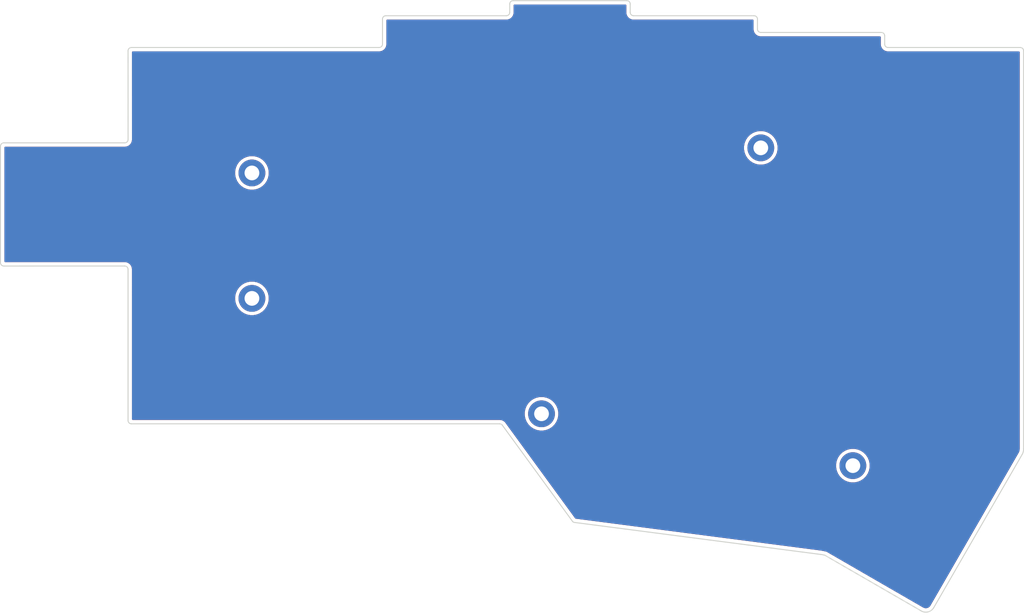
<source format=kicad_pcb>
(kicad_pcb (version 20171130) (host pcbnew "(5.1.0)-1")

  (general
    (thickness 1.6)
    (drawings 59)
    (tracks 0)
    (zones 0)
    (modules 5)
    (nets 1)
  )

  (page A4)
  (title_block
    (title "Corne Bottom Plate")
    (date 2018-11-15)
    (rev 2.1)
    (company foostan)
  )

  (layers
    (0 F.Cu signal)
    (31 B.Cu signal)
    (32 B.Adhes user)
    (33 F.Adhes user)
    (34 B.Paste user)
    (35 F.Paste user)
    (36 B.SilkS user)
    (37 F.SilkS user)
    (38 B.Mask user)
    (39 F.Mask user)
    (40 Dwgs.User user)
    (41 Cmts.User user)
    (42 Eco1.User user)
    (43 Eco2.User user)
    (44 Edge.Cuts user)
    (45 Margin user)
    (46 B.CrtYd user)
    (47 F.CrtYd user)
    (48 B.Fab user)
    (49 F.Fab user)
  )

  (setup
    (last_trace_width 0.25)
    (user_trace_width 0.2)
    (user_trace_width 0.5)
    (trace_clearance 0.2)
    (zone_clearance 0.508)
    (zone_45_only no)
    (trace_min 0.2)
    (via_size 0.6)
    (via_drill 0.4)
    (via_min_size 0.4)
    (via_min_drill 0.3)
    (uvia_size 0.3)
    (uvia_drill 0.1)
    (uvias_allowed no)
    (uvia_min_size 0.2)
    (uvia_min_drill 0.1)
    (edge_width 0.15)
    (segment_width 0.1)
    (pcb_text_width 0.3)
    (pcb_text_size 1.5 1.5)
    (mod_edge_width 0.15)
    (mod_text_size 1 1)
    (mod_text_width 0.15)
    (pad_size 4 4)
    (pad_drill 2.2)
    (pad_to_mask_clearance 0.2)
    (aux_axis_origin 194.75 68)
    (visible_elements 7FFFFFFF)
    (pcbplotparams
      (layerselection 0x010f0_ffffffff)
      (usegerberextensions true)
      (usegerberattributes false)
      (usegerberadvancedattributes false)
      (creategerberjobfile false)
      (excludeedgelayer true)
      (linewidth 0.100000)
      (plotframeref false)
      (viasonmask false)
      (mode 1)
      (useauxorigin false)
      (hpglpennumber 1)
      (hpglpenspeed 20)
      (hpglpendiameter 15.000000)
      (psnegative false)
      (psa4output false)
      (plotreference true)
      (plotvalue true)
      (plotinvisibletext false)
      (padsonsilk false)
      (subtractmaskfromsilk false)
      (outputformat 1)
      (mirror false)
      (drillshape 0)
      (scaleselection 1)
      (outputdirectory "gerber/"))
  )

  (net 0 "")

  (net_class Default "これは標準のネット クラスです。"
    (clearance 0.2)
    (trace_width 0.25)
    (via_dia 0.6)
    (via_drill 0.4)
    (uvia_dia 0.3)
    (uvia_drill 0.1)
  )

  (module kbd:LEGO_HOLE (layer F.Cu) (tedit 5B895A2E) (tstamp 5AAA5A9F)
    (at 79.5 105.5)
    (descr "Mounting Hole 2.2mm, no annular, M2")
    (tags "mounting hole 2.2mm no annular m2")
    (attr virtual)
    (fp_text reference "" (at 0 -3.2) (layer F.SilkS)
      (effects (font (size 1 1) (thickness 0.15)))
    )
    (fp_text value "" (at 0 3.2) (layer F.Fab)
      (effects (font (size 1 1) (thickness 0.15)))
    )
    (fp_text user %R (at 0.3 0) (layer F.Fab)
      (effects (font (size 1 1) (thickness 0.15)))
    )
    (fp_circle (center 0 0) (end 2.2 0) (layer Cmts.User) (width 0.15))
    (fp_circle (center 0 0) (end 2.45 0) (layer F.CrtYd) (width 0.05))
    (pad "" thru_hole circle (at 0 0) (size 4 4) (drill 2.2) (layers *.Cu *.Mask))
  )

  (module kbd:LEGO_HOLE (layer F.Cu) (tedit 5B895A28) (tstamp 5AAA5A7C)
    (at 79.5 86.75)
    (descr "Mounting Hole 2.2mm, no annular, M2")
    (tags "mounting hole 2.2mm no annular m2")
    (attr virtual)
    (fp_text reference "" (at 0 -3.2) (layer F.SilkS)
      (effects (font (size 1 1) (thickness 0.15)))
    )
    (fp_text value "" (at 0 3.2) (layer F.Fab)
      (effects (font (size 1 1) (thickness 0.15)))
    )
    (fp_text user %R (at 0.3 0) (layer F.Fab)
      (effects (font (size 1 1) (thickness 0.15)))
    )
    (fp_circle (center 0 0) (end 2.2 0) (layer Cmts.User) (width 0.15))
    (fp_circle (center 0 0) (end 2.45 0) (layer F.CrtYd) (width 0.05))
    (pad "" thru_hole circle (at 0 0) (size 4 4) (drill 2.2) (layers *.Cu *.Mask))
  )

  (module kbd:LEGO_HOLE (layer F.Cu) (tedit 5B895A35) (tstamp 5AAA7C39)
    (at 155.5 83)
    (descr "Mounting Hole 2.2mm, no annular, M2")
    (tags "mounting hole 2.2mm no annular m2")
    (attr virtual)
    (fp_text reference "" (at 0 -3.2) (layer F.SilkS)
      (effects (font (size 1 1) (thickness 0.15)))
    )
    (fp_text value "" (at 0 3.2) (layer F.Fab)
      (effects (font (size 1 1) (thickness 0.15)))
    )
    (fp_text user %R (at 0.3 0) (layer F.Fab)
      (effects (font (size 1 1) (thickness 0.15)))
    )
    (fp_circle (center 0 0) (end 2.2 0) (layer Cmts.User) (width 0.15))
    (fp_circle (center 0 0) (end 2.45 0) (layer F.CrtYd) (width 0.05))
    (pad "" thru_hole circle (at 0 0) (size 4 4) (drill 2.2) (layers *.Cu *.Mask))
  )

  (module kbd:LEGO_HOLE (layer F.Cu) (tedit 5B895A3F) (tstamp 5AAA7C4A)
    (at 122.75 122.75)
    (descr "Mounting Hole 2.2mm, no annular, M2")
    (tags "mounting hole 2.2mm no annular m2")
    (attr virtual)
    (fp_text reference "" (at 0 -3.2) (layer F.SilkS)
      (effects (font (size 1 1) (thickness 0.15)))
    )
    (fp_text value "" (at 0 3.2) (layer F.Fab)
      (effects (font (size 1 1) (thickness 0.15)))
    )
    (fp_text user %R (at 0.3 0) (layer F.Fab)
      (effects (font (size 1 1) (thickness 0.15)))
    )
    (fp_circle (center 0 0) (end 2.2 0) (layer Cmts.User) (width 0.15))
    (fp_circle (center 0 0) (end 2.45 0) (layer F.CrtYd) (width 0.05))
    (pad "" thru_hole circle (at 0 0) (size 4 4) (drill 2.2) (layers *.Cu *.Mask))
  )

  (module kbd:LEGO_HOLE (layer F.Cu) (tedit 5B895A4D) (tstamp 5AAA7D53)
    (at 169.25 130.5)
    (descr "Mounting Hole 2.2mm, no annular, M2")
    (tags "mounting hole 2.2mm no annular m2")
    (attr virtual)
    (fp_text reference "" (at 0 -3.2) (layer F.SilkS)
      (effects (font (size 1 1) (thickness 0.15)))
    )
    (fp_text value "" (at 0 3.2) (layer F.Fab)
      (effects (font (size 1 1) (thickness 0.15)))
    )
    (fp_text user %R (at 0.3 0) (layer F.Fab)
      (effects (font (size 1 1) (thickness 0.15)))
    )
    (fp_circle (center 0 0) (end 2.2 0) (layer Cmts.User) (width 0.15))
    (fp_circle (center 0 0) (end 2.45 0) (layer F.CrtYd) (width 0.05))
    (pad "" thru_hole circle (at 0 0) (size 4 4) (drill 2.2) (layers *.Cu *.Mask))
  )

  (gr_line (start 169.25 128.05) (end 169.25 132.950063) (layer F.Fab) (width 0.1) (tstamp 5B88C1AA))
  (gr_line (start 166.8 130.5) (end 171.7 130.5) (layer F.Fab) (width 0.1) (tstamp 5B88C1A9))
  (gr_line (start 122.75 120.3) (end 122.75 125.200063) (layer F.Fab) (width 0.1) (tstamp 5B88C1A6))
  (gr_line (start 120.3 122.75) (end 125.2 122.75) (layer F.Fab) (width 0.1) (tstamp 5B88C1A5))
  (gr_line (start 79.5 103.05) (end 79.5 107.950063) (layer F.Fab) (width 0.1) (tstamp 5B88C19E))
  (gr_line (start 77.05 105.5) (end 81.95 105.5) (layer F.Fab) (width 0.1) (tstamp 5B88C19D))
  (gr_line (start 79.5 84.3) (end 79.5 89.200063) (layer F.Fab) (width 0.1) (tstamp 5B88C19A))
  (gr_line (start 77.05 86.75) (end 81.95 86.75) (layer F.Fab) (width 0.1) (tstamp 5B88C199))
  (gr_line (start 153.05 83) (end 157.95 83) (layer F.Fab) (width 0.1))
  (gr_line (start 155.5 80.55) (end 155.5 85.450063) (layer F.Fab) (width 0.1))
  (gr_arc (start 193.047765 127.997697) (end 194.522764 128.847696) (angle -30.71750663) (layer Edge.Cuts) (width 0.15))
  (gr_arc (start 180.14425 151.010957) (end 179.369251 152.160956) (angle -90.22347501) (layer Edge.Cuts) (width 0.15))
  (gr_arc (start 164.087404 147.16844) (end 165.075 143.9) (angle -11.21335546) (layer Edge.Cuts) (width 0.15))
  (gr_line (start 181.297263 151.781465) (end 194.522764 128.847696) (layer Edge.Cuts) (width 0.15))
  (gr_line (start 165.075 143.9) (end 179.369251 152.160956) (layer Edge.Cuts) (width 0.15))
  (gr_line (start 127.75 139) (end 164.420556 143.770344) (layer Edge.Cuts) (width 0.15))
  (gr_arc (start 127.75 138.5) (end 127.75 139) (angle 45) (layer Edge.Cuts) (width 0.15))
  (gr_line (start 116.853553 124.396447) (end 127.396447 138.853553) (angle 90) (layer Edge.Cuts) (width 0.15))
  (gr_line (start 169.26 130.5) (end 169.25 130.5) (angle 90) (layer Eco2.User) (width 2.5) (tstamp 5AAFF2CD))
  (gr_line (start 122.76 122.75) (end 122.75 122.75) (angle 90) (layer Eco2.User) (width 2.5) (tstamp 5AAFF292))
  (gr_line (start 155.51 83) (end 155.5 83) (angle 90) (layer Eco2.User) (width 2.5) (tstamp 5AAFF245))
  (gr_line (start 79.5 105.5) (end 79.51 105.5) (angle 90) (layer Eco2.User) (width 2.5) (tstamp 5AAFF0EB))
  (gr_line (start 79.5 86.75) (end 79.51 86.75) (angle 90) (layer Eco2.User) (width 2.5))
  (gr_line (start 174 66.25) (end 174 67.5) (angle 90) (layer Edge.Cuts) (width 0.15))
  (gr_arc (start 173.5 66.25) (end 173.5 65.75) (angle 90) (layer Edge.Cuts) (width 0.15))
  (gr_arc (start 174.5 67.5) (end 174.5 68) (angle 90) (layer Edge.Cuts) (width 0.15))
  (gr_line (start 194.25 68) (end 174.5 68) (angle 90) (layer Edge.Cuts) (width 0.15))
  (gr_arc (start 116.5 124.75) (end 116.5 124.25) (angle 45) (layer Edge.Cuts) (width 0.15))
  (gr_arc (start 61.5 123.75) (end 61.5 124.25) (angle 90) (layer Edge.Cuts) (width 0.15) (tstamp 5B896E1E))
  (gr_arc (start 98.5 67.5) (end 99 67.5) (angle 90) (layer Edge.Cuts) (width 0.15))
  (gr_arc (start 99.5 63.75) (end 99 63.75) (angle 90) (layer Edge.Cuts) (width 0.15))
  (gr_arc (start 117.5 62.75) (end 118 62.75) (angle 90) (layer Edge.Cuts) (width 0.15))
  (gr_arc (start 118.5 61.5) (end 118 61.5) (angle 90) (layer Edge.Cuts) (width 0.15))
  (gr_arc (start 135.5 61.5) (end 135.5 61) (angle 90) (layer Edge.Cuts) (width 0.15))
  (gr_arc (start 136.5 62.75) (end 136.5 63.25) (angle 90) (layer Edge.Cuts) (width 0.15))
  (gr_arc (start 154.5 63.75) (end 154.5 63.25) (angle 90) (layer Edge.Cuts) (width 0.15))
  (gr_arc (start 155.5 65.25) (end 155.5 65.75) (angle 90) (layer Edge.Cuts) (width 0.15))
  (gr_arc (start 194.25 68.5) (end 194.25 68) (angle 90) (layer Edge.Cuts) (width 0.15))
  (gr_line (start 194.75 68.5) (end 194.75 127.975) (angle 90) (layer Edge.Cuts) (width 0.15))
  (gr_line (start 116.5 124.25) (end 61.5 124.25) (angle 90) (layer Edge.Cuts) (width 0.15))
  (gr_line (start 98.5 68) (end 61.49992 68) (angle 90) (layer Edge.Cuts) (width 0.15))
  (gr_line (start 99 63.75) (end 99 67.5) (angle 90) (layer Edge.Cuts) (width 0.15))
  (gr_line (start 117.5 63.25) (end 99.5 63.25) (angle 90) (layer Edge.Cuts) (width 0.15))
  (gr_line (start 118 61.5) (end 118 62.75) (angle 90) (layer Edge.Cuts) (width 0.15))
  (gr_line (start 135.5 61) (end 118.5 61) (angle 90) (layer Edge.Cuts) (width 0.15))
  (gr_line (start 136 62.75) (end 136 61.5) (angle 90) (layer Edge.Cuts) (width 0.15))
  (gr_line (start 154.5 63.25) (end 136.5 63.25) (angle 90) (layer Edge.Cuts) (width 0.15))
  (gr_line (start 155 65.25) (end 155 63.75) (angle 90) (layer Edge.Cuts) (width 0.15))
  (gr_line (start 173.5 65.75) (end 155.5 65.75) (angle 90) (layer Edge.Cuts) (width 0.15))
  (gr_line (start 61 123.75) (end 60.99952 101.1603) (angle 90) (layer Edge.Cuts) (width 0.15) (tstamp 5E15D57F))
  (gr_line (start 60.99992 68.5) (end 61.00422 81.75) (angle 90) (layer Edge.Cuts) (width 0.15) (tstamp 5E15D572))
  (gr_arc (start 60.50422 81.75) (end 61.00422 81.75) (angle 90) (layer Edge.Cuts) (width 0.15) (tstamp 5E15D571))
  (gr_arc (start 42.44952 82.75) (end 41.94952 82.75) (angle 90) (layer Edge.Cuts) (width 0.15) (tstamp 5E15D56F))
  (gr_line (start 42.44952 100.665) (end 60.49952 100.6603) (angle 90) (layer Edge.Cuts) (width 0.15) (tstamp 5E15D56E))
  (gr_line (start 42.44952 82.25) (end 60.50422 82.25) (angle 90) (layer Edge.Cuts) (width 0.15) (tstamp 5E15D56C))
  (gr_arc (start 42.44952 100.165) (end 41.94952 100.165) (angle -90) (layer Edge.Cuts) (width 0.15) (tstamp 5E15D56B))
  (gr_arc (start 60.49952 101.1603) (end 60.49952 100.6603) (angle 90) (layer Edge.Cuts) (width 0.15) (tstamp 5E15D569))
  (gr_line (start 41.94952 100.165) (end 41.94952 82.75) (angle 90) (layer Edge.Cuts) (width 0.15) (tstamp 5E15D567))
  (gr_arc (start 61.49992 68.5) (end 60.99992 68.5) (angle 90) (layer Edge.Cuts) (width 0.15) (tstamp 5E15D562))

  (zone (net 0) (net_name "") (layer F.Cu) (tstamp 5BC6E01C) (hatch edge 0.508)
    (connect_pads (clearance 0.508))
    (min_thickness 0.254)
    (fill yes (arc_segments 16) (thermal_gap 0.508) (thermal_bridge_width 0.508))
    (polygon
      (pts
        (xy 194.7 67.9) (xy 174 67.9) (xy 174 65.7) (xy 155 65.7) (xy 155 63.2)
        (xy 136 63.2) (xy 136 60.9) (xy 118 60.9) (xy 118 63.2) (xy 98.8 63.2)
        (xy 98.9 67.9) (xy 60.7 68) (xy 60.749085 81.915743) (xy 41.91 81.915) (xy 41.91 100.965)
        (xy 60.81628 100.965506) (xy 60.9 124.7) (xy 116.6 124.2) (xy 127.4 139.1) (xy 165.05 143.9)
        (xy 180.75 152.775) (xy 194.8 128.1) (xy 194.8 67.9)
      )
    )
    (filled_polygon
      (pts
        (xy 135.29 62.784876) (xy 135.292955 62.814876) (xy 135.292934 62.817839) (xy 135.293901 62.827705) (xy 135.298941 62.87566)
        (xy 135.300273 62.889183) (xy 135.30041 62.889634) (xy 135.304101 62.924754) (xy 135.317045 62.987811) (xy 135.329099 63.051001)
        (xy 135.331964 63.060491) (xy 135.36082 63.15371) (xy 135.385752 63.213021) (xy 135.409865 63.272702) (xy 135.414519 63.281454)
        (xy 135.460932 63.367292) (xy 135.496898 63.420612) (xy 135.532152 63.474486) (xy 135.538417 63.482168) (xy 135.600619 63.557357)
        (xy 135.646269 63.602689) (xy 135.691299 63.648673) (xy 135.698938 63.654992) (xy 135.774559 63.716668) (xy 135.828147 63.752272)
        (xy 135.881262 63.788641) (xy 135.889983 63.793356) (xy 135.976144 63.839168) (xy 136.035612 63.863679) (xy 136.09478 63.889038)
        (xy 136.104249 63.891969) (xy 136.197667 63.920174) (xy 136.260787 63.932672) (xy 136.323743 63.946054) (xy 136.333602 63.94709)
        (xy 136.430719 63.956612) (xy 136.430723 63.956612) (xy 136.465123 63.96) (xy 154.290001 63.96) (xy 154.29 65.284876)
        (xy 154.292955 65.314876) (xy 154.292934 65.317839) (xy 154.293901 65.327705) (xy 154.298941 65.37566) (xy 154.300273 65.389183)
        (xy 154.30041 65.389634) (xy 154.304101 65.424754) (xy 154.317045 65.487811) (xy 154.329099 65.551001) (xy 154.331964 65.560491)
        (xy 154.36082 65.65371) (xy 154.385752 65.713021) (xy 154.409865 65.772702) (xy 154.414519 65.781454) (xy 154.460932 65.867292)
        (xy 154.496898 65.920612) (xy 154.532152 65.974486) (xy 154.538417 65.982168) (xy 154.600619 66.057357) (xy 154.646269 66.102689)
        (xy 154.691299 66.148673) (xy 154.698938 66.154992) (xy 154.774559 66.216668) (xy 154.828147 66.252272) (xy 154.881262 66.288641)
        (xy 154.889983 66.293356) (xy 154.976144 66.339168) (xy 155.035612 66.363679) (xy 155.09478 66.389038) (xy 155.104249 66.391969)
        (xy 155.197667 66.420174) (xy 155.260787 66.432672) (xy 155.323743 66.446054) (xy 155.333602 66.44709) (xy 155.430719 66.456612)
        (xy 155.430723 66.456612) (xy 155.465123 66.46) (xy 173.29 66.46) (xy 173.290001 67.534877) (xy 173.292955 67.564868)
        (xy 173.292934 67.567839) (xy 173.293901 67.577705) (xy 173.298955 67.625796) (xy 173.300274 67.639184) (xy 173.300409 67.639631)
        (xy 173.304101 67.674754) (xy 173.317045 67.737811) (xy 173.329099 67.801001) (xy 173.331964 67.810491) (xy 173.36082 67.90371)
        (xy 173.385752 67.963021) (xy 173.409865 68.022702) (xy 173.414519 68.031454) (xy 173.460932 68.117292) (xy 173.496898 68.170612)
        (xy 173.532152 68.224486) (xy 173.538417 68.232168) (xy 173.600619 68.307357) (xy 173.646269 68.352689) (xy 173.691299 68.398673)
        (xy 173.698938 68.404992) (xy 173.774559 68.466668) (xy 173.828147 68.502272) (xy 173.881262 68.538641) (xy 173.889983 68.543356)
        (xy 173.976144 68.589168) (xy 174.035612 68.613679) (xy 174.09478 68.639038) (xy 174.104249 68.641969) (xy 174.197667 68.670174)
        (xy 174.260787 68.682672) (xy 174.323743 68.696054) (xy 174.333602 68.69709) (xy 174.430719 68.706612) (xy 174.430723 68.706612)
        (xy 174.465123 68.71) (xy 194.04 68.71) (xy 194.040001 127.945012) (xy 194.020387 128.176837) (xy 193.96458 128.371)
        (xy 193.894777 128.515427) (xy 180.711313 151.376303) (xy 180.620779 151.486705) (xy 180.519299 151.570201) (xy 180.403527 151.6324)
        (xy 180.277885 151.670925) (xy 180.14715 151.684313) (xy 180.016312 151.672053) (xy 179.890338 151.634611) (xy 179.74629 151.558814)
        (xy 165.400066 143.267823) (xy 165.304615 143.224525) (xy 165.168424 143.192709) (xy 165.156734 143.192321) (xy 164.569638 143.076079)
        (xy 164.546731 143.070775) (xy 127.871366 138.299807) (xy 121.994071 130.240475) (xy 166.615 130.240475) (xy 166.615 130.759525)
        (xy 166.716261 131.268601) (xy 166.914893 131.748141) (xy 167.203262 132.179715) (xy 167.570285 132.546738) (xy 168.001859 132.835107)
        (xy 168.481399 133.033739) (xy 168.990475 133.135) (xy 169.509525 133.135) (xy 170.018601 133.033739) (xy 170.498141 132.835107)
        (xy 170.929715 132.546738) (xy 171.296738 132.179715) (xy 171.585107 131.748141) (xy 171.783739 131.268601) (xy 171.885 130.759525)
        (xy 171.885 130.240475) (xy 171.783739 129.731399) (xy 171.585107 129.251859) (xy 171.296738 128.820285) (xy 170.929715 128.453262)
        (xy 170.498141 128.164893) (xy 170.018601 127.966261) (xy 169.509525 127.865) (xy 168.990475 127.865) (xy 168.481399 127.966261)
        (xy 168.001859 128.164893) (xy 167.570285 128.453262) (xy 167.203262 128.820285) (xy 166.914893 129.251859) (xy 166.716261 129.731399)
        (xy 166.615 130.240475) (xy 121.994071 130.240475) (xy 117.406664 123.949923) (xy 117.336904 123.871699) (xy 117.295505 123.840476)
        (xy 117.225441 123.783332) (xy 117.171853 123.747728) (xy 117.118738 123.711359) (xy 117.110017 123.706644) (xy 117.023856 123.660832)
        (xy 116.964388 123.636321) (xy 116.90522 123.610962) (xy 116.895751 123.608031) (xy 116.802333 123.579826) (xy 116.739213 123.567328)
        (xy 116.676257 123.553946) (xy 116.666398 123.55291) (xy 116.569281 123.543388) (xy 116.569277 123.543388) (xy 116.534877 123.54)
        (xy 61.709995 123.54) (xy 61.709973 122.490475) (xy 120.115 122.490475) (xy 120.115 123.009525) (xy 120.216261 123.518601)
        (xy 120.414893 123.998141) (xy 120.703262 124.429715) (xy 121.070285 124.796738) (xy 121.501859 125.085107) (xy 121.981399 125.283739)
        (xy 122.490475 125.385) (xy 123.009525 125.385) (xy 123.518601 125.283739) (xy 123.998141 125.085107) (xy 124.429715 124.796738)
        (xy 124.796738 124.429715) (xy 125.085107 123.998141) (xy 125.283739 123.518601) (xy 125.385 123.009525) (xy 125.385 122.490475)
        (xy 125.283739 121.981399) (xy 125.085107 121.501859) (xy 124.796738 121.070285) (xy 124.429715 120.703262) (xy 123.998141 120.414893)
        (xy 123.518601 120.216261) (xy 123.009525 120.115) (xy 122.490475 120.115) (xy 121.981399 120.216261) (xy 121.501859 120.414893)
        (xy 121.070285 120.703262) (xy 120.703262 121.070285) (xy 120.414893 121.501859) (xy 120.216261 121.981399) (xy 120.115 122.490475)
        (xy 61.709973 122.490475) (xy 61.709607 105.240475) (xy 76.865 105.240475) (xy 76.865 105.759525) (xy 76.966261 106.268601)
        (xy 77.164893 106.748141) (xy 77.453262 107.179715) (xy 77.820285 107.546738) (xy 78.251859 107.835107) (xy 78.731399 108.033739)
        (xy 79.240475 108.135) (xy 79.759525 108.135) (xy 80.268601 108.033739) (xy 80.748141 107.835107) (xy 81.179715 107.546738)
        (xy 81.546738 107.179715) (xy 81.835107 106.748141) (xy 82.033739 106.268601) (xy 82.135 105.759525) (xy 82.135 105.240475)
        (xy 82.033739 104.731399) (xy 81.835107 104.251859) (xy 81.546738 103.820285) (xy 81.179715 103.453262) (xy 80.748141 103.164893)
        (xy 80.268601 102.966261) (xy 79.759525 102.865) (xy 79.240475 102.865) (xy 78.731399 102.966261) (xy 78.251859 103.164893)
        (xy 77.820285 103.453262) (xy 77.453262 103.820285) (xy 77.164893 104.251859) (xy 76.966261 104.731399) (xy 76.865 105.240475)
        (xy 61.709607 105.240475) (xy 61.709519 101.125408) (xy 61.706565 101.095424) (xy 61.706586 101.092461) (xy 61.705619 101.082595)
        (xy 61.70056 101.034458) (xy 61.699244 101.021102) (xy 61.699109 101.020658) (xy 61.695419 100.985547) (xy 61.682478 100.922503)
        (xy 61.670421 100.859299) (xy 61.667556 100.849809) (xy 61.6387 100.75659) (xy 61.613773 100.697291) (xy 61.589655 100.637598)
        (xy 61.585001 100.628845) (xy 61.538588 100.543008) (xy 61.502622 100.489688) (xy 61.467368 100.435814) (xy 61.461102 100.428132)
        (xy 61.398901 100.352943) (xy 61.353251 100.307611) (xy 61.308221 100.261627) (xy 61.300582 100.255308) (xy 61.224961 100.193632)
        (xy 61.171373 100.158028) (xy 61.118258 100.121659) (xy 61.109537 100.116944) (xy 61.023376 100.071132) (xy 60.963908 100.046621)
        (xy 60.90474 100.021262) (xy 60.895271 100.018331) (xy 60.801853 99.990126) (xy 60.738733 99.977628) (xy 60.675777 99.964246)
        (xy 60.665918 99.96321) (xy 60.568801 99.953688) (xy 60.568795 99.953688) (xy 60.534212 99.950291) (xy 42.65952 99.954946)
        (xy 42.65952 86.490475) (xy 76.865 86.490475) (xy 76.865 87.009525) (xy 76.966261 87.518601) (xy 77.164893 87.998141)
        (xy 77.453262 88.429715) (xy 77.820285 88.796738) (xy 78.251859 89.085107) (xy 78.731399 89.283739) (xy 79.240475 89.385)
        (xy 79.759525 89.385) (xy 80.268601 89.283739) (xy 80.748141 89.085107) (xy 81.179715 88.796738) (xy 81.546738 88.429715)
        (xy 81.835107 87.998141) (xy 82.033739 87.518601) (xy 82.135 87.009525) (xy 82.135 86.490475) (xy 82.033739 85.981399)
        (xy 81.835107 85.501859) (xy 81.546738 85.070285) (xy 81.179715 84.703262) (xy 80.748141 84.414893) (xy 80.268601 84.216261)
        (xy 79.759525 84.115) (xy 79.240475 84.115) (xy 78.731399 84.216261) (xy 78.251859 84.414893) (xy 77.820285 84.703262)
        (xy 77.453262 85.070285) (xy 77.164893 85.501859) (xy 76.966261 85.981399) (xy 76.865 86.490475) (xy 42.65952 86.490475)
        (xy 42.65952 82.96) (xy 60.539097 82.96) (xy 60.569097 82.957045) (xy 60.572059 82.957066) (xy 60.581925 82.956099)
        (xy 60.629865 82.95106) (xy 60.643404 82.949727) (xy 60.643856 82.94959) (xy 60.678974 82.945899) (xy 60.742031 82.932955)
        (xy 60.805221 82.920901) (xy 60.814711 82.918036) (xy 60.90793 82.88918) (xy 60.967241 82.864248) (xy 61.026922 82.840135)
        (xy 61.035674 82.835481) (xy 61.121512 82.789068) (xy 61.174832 82.753102) (xy 61.194128 82.740475) (xy 152.865 82.740475)
        (xy 152.865 83.259525) (xy 152.966261 83.768601) (xy 153.164893 84.248141) (xy 153.453262 84.679715) (xy 153.820285 85.046738)
        (xy 154.251859 85.335107) (xy 154.731399 85.533739) (xy 155.240475 85.635) (xy 155.759525 85.635) (xy 156.268601 85.533739)
        (xy 156.748141 85.335107) (xy 157.179715 85.046738) (xy 157.546738 84.679715) (xy 157.835107 84.248141) (xy 158.033739 83.768601)
        (xy 158.135 83.259525) (xy 158.135 82.740475) (xy 158.033739 82.231399) (xy 157.835107 81.751859) (xy 157.546738 81.320285)
        (xy 157.179715 80.953262) (xy 156.748141 80.664893) (xy 156.268601 80.466261) (xy 155.759525 80.365) (xy 155.240475 80.365)
        (xy 154.731399 80.466261) (xy 154.251859 80.664893) (xy 153.820285 80.953262) (xy 153.453262 81.320285) (xy 153.164893 81.751859)
        (xy 152.966261 82.231399) (xy 152.865 82.740475) (xy 61.194128 82.740475) (xy 61.228706 82.717848) (xy 61.236388 82.711583)
        (xy 61.311577 82.649381) (xy 61.356909 82.603731) (xy 61.402893 82.558701) (xy 61.409212 82.551062) (xy 61.470888 82.475441)
        (xy 61.506492 82.421853) (xy 61.542861 82.368738) (xy 61.547576 82.360017) (xy 61.593388 82.273856) (xy 61.617899 82.214388)
        (xy 61.643258 82.15522) (xy 61.646189 82.145751) (xy 61.674394 82.052333) (xy 61.686892 81.989213) (xy 61.700274 81.926257)
        (xy 61.70131 81.916398) (xy 61.710832 81.819281) (xy 61.710832 81.819274) (xy 61.714231 81.784646) (xy 61.709988 68.71)
        (xy 98.534877 68.71) (xy 98.564877 68.707045) (xy 98.567839 68.707066) (xy 98.577705 68.706099) (xy 98.625645 68.70106)
        (xy 98.639184 68.699727) (xy 98.639636 68.69959) (xy 98.674754 68.695899) (xy 98.737811 68.682955) (xy 98.801001 68.670901)
        (xy 98.810491 68.668036) (xy 98.90371 68.63918) (xy 98.963021 68.614248) (xy 99.022702 68.590135) (xy 99.031454 68.585481)
        (xy 99.117292 68.539068) (xy 99.170612 68.503102) (xy 99.224486 68.467848) (xy 99.232168 68.461583) (xy 99.307357 68.399381)
        (xy 99.352689 68.353731) (xy 99.398673 68.308701) (xy 99.404992 68.301062) (xy 99.466668 68.225441) (xy 99.502272 68.171853)
        (xy 99.538641 68.118738) (xy 99.543356 68.110017) (xy 99.589168 68.023856) (xy 99.613679 67.964388) (xy 99.639038 67.90522)
        (xy 99.641969 67.895751) (xy 99.670174 67.802333) (xy 99.682672 67.739213) (xy 99.696054 67.676257) (xy 99.69709 67.666398)
        (xy 99.706612 67.569281) (xy 99.706612 67.569277) (xy 99.71 67.534877) (xy 99.71 63.96) (xy 117.534877 63.96)
        (xy 117.564877 63.957045) (xy 117.567839 63.957066) (xy 117.577705 63.956099) (xy 117.625645 63.95106) (xy 117.639184 63.949727)
        (xy 117.639636 63.94959) (xy 117.674754 63.945899) (xy 117.737811 63.932955) (xy 117.801001 63.920901) (xy 117.810491 63.918036)
        (xy 117.90371 63.88918) (xy 117.963021 63.864248) (xy 118.022702 63.840135) (xy 118.031454 63.835481) (xy 118.117292 63.789068)
        (xy 118.170612 63.753102) (xy 118.224486 63.717848) (xy 118.232168 63.711583) (xy 118.307357 63.649381) (xy 118.352689 63.603731)
        (xy 118.398673 63.558701) (xy 118.404992 63.551062) (xy 118.466668 63.475441) (xy 118.502272 63.421853) (xy 118.538641 63.368738)
        (xy 118.543356 63.360017) (xy 118.589168 63.273856) (xy 118.613679 63.214388) (xy 118.639038 63.15522) (xy 118.641969 63.145751)
        (xy 118.670174 63.052333) (xy 118.682672 62.989213) (xy 118.696054 62.926257) (xy 118.69709 62.916398) (xy 118.706612 62.819281)
        (xy 118.706612 62.819277) (xy 118.71 62.784877) (xy 118.71 61.71) (xy 135.290001 61.71)
      )
    )
  )
  (zone (net 0) (net_name "") (layer B.Cu) (tstamp 5BC6E019) (hatch edge 0.508)
    (connect_pads (clearance 0.508))
    (min_thickness 0.254)
    (fill yes (arc_segments 16) (thermal_gap 0.508) (thermal_bridge_width 0.508))
    (polygon
      (pts
        (xy 194.7 67.9) (xy 174 67.9) (xy 174 65.7) (xy 155 65.7) (xy 155 63.2)
        (xy 136 63.2) (xy 136 60.9) (xy 118 60.9) (xy 118 63.2) (xy 98.8 63.2)
        (xy 98.9 67.9) (xy 60.7 68) (xy 60.749085 81.915743) (xy 41.91 81.915) (xy 41.91 100.965)
        (xy 60.816279 100.965506) (xy 60.9 124.7) (xy 116.6 124.2) (xy 127.6 139) (xy 165 143.925)
        (xy 180.775 152.825) (xy 194.8 128.3) (xy 194.8 67.9)
      )
    )
    (filled_polygon
      (pts
        (xy 135.29 62.784876) (xy 135.292955 62.814876) (xy 135.292934 62.817839) (xy 135.293901 62.827705) (xy 135.298941 62.87566)
        (xy 135.300273 62.889183) (xy 135.30041 62.889634) (xy 135.304101 62.924754) (xy 135.317045 62.987811) (xy 135.329099 63.051001)
        (xy 135.331964 63.060491) (xy 135.36082 63.15371) (xy 135.385752 63.213021) (xy 135.409865 63.272702) (xy 135.414519 63.281454)
        (xy 135.460932 63.367292) (xy 135.496898 63.420612) (xy 135.532152 63.474486) (xy 135.538417 63.482168) (xy 135.600619 63.557357)
        (xy 135.646269 63.602689) (xy 135.691299 63.648673) (xy 135.698938 63.654992) (xy 135.774559 63.716668) (xy 135.828147 63.752272)
        (xy 135.881262 63.788641) (xy 135.889983 63.793356) (xy 135.976144 63.839168) (xy 136.035612 63.863679) (xy 136.09478 63.889038)
        (xy 136.104249 63.891969) (xy 136.197667 63.920174) (xy 136.260787 63.932672) (xy 136.323743 63.946054) (xy 136.333602 63.94709)
        (xy 136.430719 63.956612) (xy 136.430723 63.956612) (xy 136.465123 63.96) (xy 154.290001 63.96) (xy 154.29 65.284876)
        (xy 154.292955 65.314876) (xy 154.292934 65.317839) (xy 154.293901 65.327705) (xy 154.298941 65.37566) (xy 154.300273 65.389183)
        (xy 154.30041 65.389634) (xy 154.304101 65.424754) (xy 154.317045 65.487811) (xy 154.329099 65.551001) (xy 154.331964 65.560491)
        (xy 154.36082 65.65371) (xy 154.385752 65.713021) (xy 154.409865 65.772702) (xy 154.414519 65.781454) (xy 154.460932 65.867292)
        (xy 154.496898 65.920612) (xy 154.532152 65.974486) (xy 154.538417 65.982168) (xy 154.600619 66.057357) (xy 154.646269 66.102689)
        (xy 154.691299 66.148673) (xy 154.698938 66.154992) (xy 154.774559 66.216668) (xy 154.828147 66.252272) (xy 154.881262 66.288641)
        (xy 154.889983 66.293356) (xy 154.976144 66.339168) (xy 155.035612 66.363679) (xy 155.09478 66.389038) (xy 155.104249 66.391969)
        (xy 155.197667 66.420174) (xy 155.260787 66.432672) (xy 155.323743 66.446054) (xy 155.333602 66.44709) (xy 155.430719 66.456612)
        (xy 155.430723 66.456612) (xy 155.465123 66.46) (xy 173.29 66.46) (xy 173.290001 67.534877) (xy 173.292955 67.564868)
        (xy 173.292934 67.567839) (xy 173.293901 67.577705) (xy 173.298955 67.625796) (xy 173.300274 67.639184) (xy 173.300409 67.639631)
        (xy 173.304101 67.674754) (xy 173.317045 67.737811) (xy 173.329099 67.801001) (xy 173.331964 67.810491) (xy 173.36082 67.90371)
        (xy 173.385752 67.963021) (xy 173.409865 68.022702) (xy 173.414519 68.031454) (xy 173.460932 68.117292) (xy 173.496898 68.170612)
        (xy 173.532152 68.224486) (xy 173.538417 68.232168) (xy 173.600619 68.307357) (xy 173.646269 68.352689) (xy 173.691299 68.398673)
        (xy 173.698938 68.404992) (xy 173.774559 68.466668) (xy 173.828147 68.502272) (xy 173.881262 68.538641) (xy 173.889983 68.543356)
        (xy 173.976144 68.589168) (xy 174.035612 68.613679) (xy 174.09478 68.639038) (xy 174.104249 68.641969) (xy 174.197667 68.670174)
        (xy 174.260787 68.682672) (xy 174.323743 68.696054) (xy 174.333602 68.69709) (xy 174.430719 68.706612) (xy 174.430723 68.706612)
        (xy 174.465123 68.71) (xy 194.04 68.71) (xy 194.040001 127.945012) (xy 194.020387 128.176837) (xy 193.96458 128.371)
        (xy 193.894777 128.515427) (xy 180.711313 151.376303) (xy 180.620779 151.486705) (xy 180.519299 151.570201) (xy 180.403527 151.6324)
        (xy 180.277885 151.670925) (xy 180.14715 151.684313) (xy 180.016312 151.672053) (xy 179.890338 151.634611) (xy 179.74629 151.558814)
        (xy 165.400066 143.267823) (xy 165.304615 143.224525) (xy 165.168424 143.192709) (xy 165.156734 143.192321) (xy 164.569638 143.076079)
        (xy 164.546731 143.070775) (xy 127.871366 138.299807) (xy 121.994071 130.240475) (xy 166.615 130.240475) (xy 166.615 130.759525)
        (xy 166.716261 131.268601) (xy 166.914893 131.748141) (xy 167.203262 132.179715) (xy 167.570285 132.546738) (xy 168.001859 132.835107)
        (xy 168.481399 133.033739) (xy 168.990475 133.135) (xy 169.509525 133.135) (xy 170.018601 133.033739) (xy 170.498141 132.835107)
        (xy 170.929715 132.546738) (xy 171.296738 132.179715) (xy 171.585107 131.748141) (xy 171.783739 131.268601) (xy 171.885 130.759525)
        (xy 171.885 130.240475) (xy 171.783739 129.731399) (xy 171.585107 129.251859) (xy 171.296738 128.820285) (xy 170.929715 128.453262)
        (xy 170.498141 128.164893) (xy 170.018601 127.966261) (xy 169.509525 127.865) (xy 168.990475 127.865) (xy 168.481399 127.966261)
        (xy 168.001859 128.164893) (xy 167.570285 128.453262) (xy 167.203262 128.820285) (xy 166.914893 129.251859) (xy 166.716261 129.731399)
        (xy 166.615 130.240475) (xy 121.994071 130.240475) (xy 117.406664 123.949923) (xy 117.336904 123.871699) (xy 117.295505 123.840476)
        (xy 117.225441 123.783332) (xy 117.171853 123.747728) (xy 117.118738 123.711359) (xy 117.110017 123.706644) (xy 117.023856 123.660832)
        (xy 116.964388 123.636321) (xy 116.90522 123.610962) (xy 116.895751 123.608031) (xy 116.802333 123.579826) (xy 116.739213 123.567328)
        (xy 116.676257 123.553946) (xy 116.666398 123.55291) (xy 116.569281 123.543388) (xy 116.569277 123.543388) (xy 116.534877 123.54)
        (xy 61.709995 123.54) (xy 61.709973 122.490475) (xy 120.115 122.490475) (xy 120.115 123.009525) (xy 120.216261 123.518601)
        (xy 120.414893 123.998141) (xy 120.703262 124.429715) (xy 121.070285 124.796738) (xy 121.501859 125.085107) (xy 121.981399 125.283739)
        (xy 122.490475 125.385) (xy 123.009525 125.385) (xy 123.518601 125.283739) (xy 123.998141 125.085107) (xy 124.429715 124.796738)
        (xy 124.796738 124.429715) (xy 125.085107 123.998141) (xy 125.283739 123.518601) (xy 125.385 123.009525) (xy 125.385 122.490475)
        (xy 125.283739 121.981399) (xy 125.085107 121.501859) (xy 124.796738 121.070285) (xy 124.429715 120.703262) (xy 123.998141 120.414893)
        (xy 123.518601 120.216261) (xy 123.009525 120.115) (xy 122.490475 120.115) (xy 121.981399 120.216261) (xy 121.501859 120.414893)
        (xy 121.070285 120.703262) (xy 120.703262 121.070285) (xy 120.414893 121.501859) (xy 120.216261 121.981399) (xy 120.115 122.490475)
        (xy 61.709973 122.490475) (xy 61.709607 105.240475) (xy 76.865 105.240475) (xy 76.865 105.759525) (xy 76.966261 106.268601)
        (xy 77.164893 106.748141) (xy 77.453262 107.179715) (xy 77.820285 107.546738) (xy 78.251859 107.835107) (xy 78.731399 108.033739)
        (xy 79.240475 108.135) (xy 79.759525 108.135) (xy 80.268601 108.033739) (xy 80.748141 107.835107) (xy 81.179715 107.546738)
        (xy 81.546738 107.179715) (xy 81.835107 106.748141) (xy 82.033739 106.268601) (xy 82.135 105.759525) (xy 82.135 105.240475)
        (xy 82.033739 104.731399) (xy 81.835107 104.251859) (xy 81.546738 103.820285) (xy 81.179715 103.453262) (xy 80.748141 103.164893)
        (xy 80.268601 102.966261) (xy 79.759525 102.865) (xy 79.240475 102.865) (xy 78.731399 102.966261) (xy 78.251859 103.164893)
        (xy 77.820285 103.453262) (xy 77.453262 103.820285) (xy 77.164893 104.251859) (xy 76.966261 104.731399) (xy 76.865 105.240475)
        (xy 61.709607 105.240475) (xy 61.709519 101.125408) (xy 61.706565 101.095424) (xy 61.706586 101.092461) (xy 61.705619 101.082595)
        (xy 61.70056 101.034458) (xy 61.699244 101.021102) (xy 61.699109 101.020658) (xy 61.695419 100.985547) (xy 61.682478 100.922503)
        (xy 61.670421 100.859299) (xy 61.667556 100.849809) (xy 61.6387 100.75659) (xy 61.613773 100.697291) (xy 61.589655 100.637598)
        (xy 61.585001 100.628845) (xy 61.538588 100.543008) (xy 61.502622 100.489688) (xy 61.467368 100.435814) (xy 61.461102 100.428132)
        (xy 61.398901 100.352943) (xy 61.353251 100.307611) (xy 61.308221 100.261627) (xy 61.300582 100.255308) (xy 61.224961 100.193632)
        (xy 61.171373 100.158028) (xy 61.118258 100.121659) (xy 61.109537 100.116944) (xy 61.023376 100.071132) (xy 60.963908 100.046621)
        (xy 60.90474 100.021262) (xy 60.895271 100.018331) (xy 60.801853 99.990126) (xy 60.738733 99.977628) (xy 60.675777 99.964246)
        (xy 60.665918 99.96321) (xy 60.568801 99.953688) (xy 60.568795 99.953688) (xy 60.534212 99.950291) (xy 42.65952 99.954946)
        (xy 42.65952 86.490475) (xy 76.865 86.490475) (xy 76.865 87.009525) (xy 76.966261 87.518601) (xy 77.164893 87.998141)
        (xy 77.453262 88.429715) (xy 77.820285 88.796738) (xy 78.251859 89.085107) (xy 78.731399 89.283739) (xy 79.240475 89.385)
        (xy 79.759525 89.385) (xy 80.268601 89.283739) (xy 80.748141 89.085107) (xy 81.179715 88.796738) (xy 81.546738 88.429715)
        (xy 81.835107 87.998141) (xy 82.033739 87.518601) (xy 82.135 87.009525) (xy 82.135 86.490475) (xy 82.033739 85.981399)
        (xy 81.835107 85.501859) (xy 81.546738 85.070285) (xy 81.179715 84.703262) (xy 80.748141 84.414893) (xy 80.268601 84.216261)
        (xy 79.759525 84.115) (xy 79.240475 84.115) (xy 78.731399 84.216261) (xy 78.251859 84.414893) (xy 77.820285 84.703262)
        (xy 77.453262 85.070285) (xy 77.164893 85.501859) (xy 76.966261 85.981399) (xy 76.865 86.490475) (xy 42.65952 86.490475)
        (xy 42.65952 82.96) (xy 60.539097 82.96) (xy 60.569097 82.957045) (xy 60.572059 82.957066) (xy 60.581925 82.956099)
        (xy 60.629865 82.95106) (xy 60.643404 82.949727) (xy 60.643856 82.94959) (xy 60.678974 82.945899) (xy 60.742031 82.932955)
        (xy 60.805221 82.920901) (xy 60.814711 82.918036) (xy 60.90793 82.88918) (xy 60.967241 82.864248) (xy 61.026922 82.840135)
        (xy 61.035674 82.835481) (xy 61.121512 82.789068) (xy 61.174832 82.753102) (xy 61.194128 82.740475) (xy 152.865 82.740475)
        (xy 152.865 83.259525) (xy 152.966261 83.768601) (xy 153.164893 84.248141) (xy 153.453262 84.679715) (xy 153.820285 85.046738)
        (xy 154.251859 85.335107) (xy 154.731399 85.533739) (xy 155.240475 85.635) (xy 155.759525 85.635) (xy 156.268601 85.533739)
        (xy 156.748141 85.335107) (xy 157.179715 85.046738) (xy 157.546738 84.679715) (xy 157.835107 84.248141) (xy 158.033739 83.768601)
        (xy 158.135 83.259525) (xy 158.135 82.740475) (xy 158.033739 82.231399) (xy 157.835107 81.751859) (xy 157.546738 81.320285)
        (xy 157.179715 80.953262) (xy 156.748141 80.664893) (xy 156.268601 80.466261) (xy 155.759525 80.365) (xy 155.240475 80.365)
        (xy 154.731399 80.466261) (xy 154.251859 80.664893) (xy 153.820285 80.953262) (xy 153.453262 81.320285) (xy 153.164893 81.751859)
        (xy 152.966261 82.231399) (xy 152.865 82.740475) (xy 61.194128 82.740475) (xy 61.228706 82.717848) (xy 61.236388 82.711583)
        (xy 61.311577 82.649381) (xy 61.356909 82.603731) (xy 61.402893 82.558701) (xy 61.409212 82.551062) (xy 61.470888 82.475441)
        (xy 61.506492 82.421853) (xy 61.542861 82.368738) (xy 61.547576 82.360017) (xy 61.593388 82.273856) (xy 61.617899 82.214388)
        (xy 61.643258 82.15522) (xy 61.646189 82.145751) (xy 61.674394 82.052333) (xy 61.686892 81.989213) (xy 61.700274 81.926257)
        (xy 61.70131 81.916398) (xy 61.710832 81.819281) (xy 61.710832 81.819274) (xy 61.714231 81.784646) (xy 61.709988 68.71)
        (xy 98.534877 68.71) (xy 98.564877 68.707045) (xy 98.567839 68.707066) (xy 98.577705 68.706099) (xy 98.625645 68.70106)
        (xy 98.639184 68.699727) (xy 98.639636 68.69959) (xy 98.674754 68.695899) (xy 98.737811 68.682955) (xy 98.801001 68.670901)
        (xy 98.810491 68.668036) (xy 98.90371 68.63918) (xy 98.963021 68.614248) (xy 99.022702 68.590135) (xy 99.031454 68.585481)
        (xy 99.117292 68.539068) (xy 99.170612 68.503102) (xy 99.224486 68.467848) (xy 99.232168 68.461583) (xy 99.307357 68.399381)
        (xy 99.352689 68.353731) (xy 99.398673 68.308701) (xy 99.404992 68.301062) (xy 99.466668 68.225441) (xy 99.502272 68.171853)
        (xy 99.538641 68.118738) (xy 99.543356 68.110017) (xy 99.589168 68.023856) (xy 99.613679 67.964388) (xy 99.639038 67.90522)
        (xy 99.641969 67.895751) (xy 99.670174 67.802333) (xy 99.682672 67.739213) (xy 99.696054 67.676257) (xy 99.69709 67.666398)
        (xy 99.706612 67.569281) (xy 99.706612 67.569277) (xy 99.71 67.534877) (xy 99.71 63.96) (xy 117.534877 63.96)
        (xy 117.564877 63.957045) (xy 117.567839 63.957066) (xy 117.577705 63.956099) (xy 117.625645 63.95106) (xy 117.639184 63.949727)
        (xy 117.639636 63.94959) (xy 117.674754 63.945899) (xy 117.737811 63.932955) (xy 117.801001 63.920901) (xy 117.810491 63.918036)
        (xy 117.90371 63.88918) (xy 117.963021 63.864248) (xy 118.022702 63.840135) (xy 118.031454 63.835481) (xy 118.117292 63.789068)
        (xy 118.170612 63.753102) (xy 118.224486 63.717848) (xy 118.232168 63.711583) (xy 118.307357 63.649381) (xy 118.352689 63.603731)
        (xy 118.398673 63.558701) (xy 118.404992 63.551062) (xy 118.466668 63.475441) (xy 118.502272 63.421853) (xy 118.538641 63.368738)
        (xy 118.543356 63.360017) (xy 118.589168 63.273856) (xy 118.613679 63.214388) (xy 118.639038 63.15522) (xy 118.641969 63.145751)
        (xy 118.670174 63.052333) (xy 118.682672 62.989213) (xy 118.696054 62.926257) (xy 118.69709 62.916398) (xy 118.706612 62.819281)
        (xy 118.706612 62.819277) (xy 118.71 62.784877) (xy 118.71 61.71) (xy 135.290001 61.71)
      )
    )
  )
)

</source>
